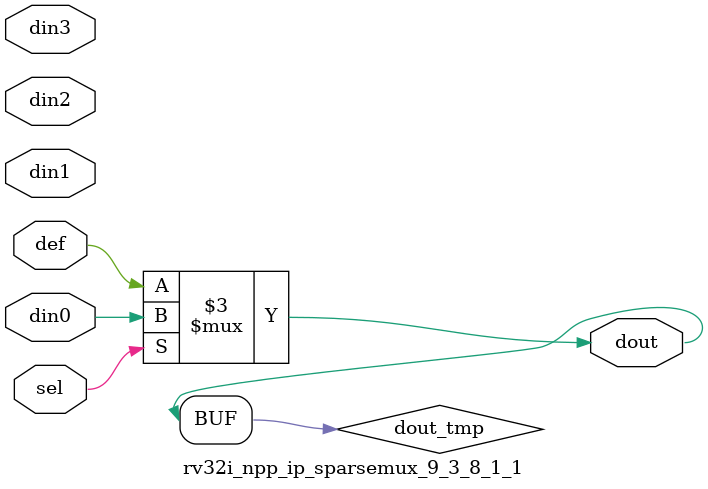
<source format=v>
`timescale 1ns / 1ps

module rv32i_npp_ip_sparsemux_9_3_8_1_1 (din0,din1,din2,din3,def,sel,dout);

parameter din0_WIDTH = 1;

parameter din1_WIDTH = 1;

parameter din2_WIDTH = 1;

parameter din3_WIDTH = 1;

parameter def_WIDTH = 1;
parameter sel_WIDTH = 1;
parameter dout_WIDTH = 1;

parameter [sel_WIDTH-1:0] CASE0 = 1;

parameter [sel_WIDTH-1:0] CASE1 = 1;

parameter [sel_WIDTH-1:0] CASE2 = 1;

parameter [sel_WIDTH-1:0] CASE3 = 1;

parameter ID = 1;
parameter NUM_STAGE = 1;



input [din0_WIDTH-1:0] din0;

input [din1_WIDTH-1:0] din1;

input [din2_WIDTH-1:0] din2;

input [din3_WIDTH-1:0] din3;

input [def_WIDTH-1:0] def;
input [sel_WIDTH-1:0] sel;

output [dout_WIDTH-1:0] dout;



reg [dout_WIDTH-1:0] dout_tmp;


always @ (*) begin
(* parallel_case *) case (sel)
    
    CASE0 : dout_tmp = din0;
    
    CASE1 : dout_tmp = din1;
    
    CASE2 : dout_tmp = din2;
    
    CASE3 : dout_tmp = din3;
    
    default : dout_tmp = def;
endcase
end


assign dout = dout_tmp;



endmodule

</source>
